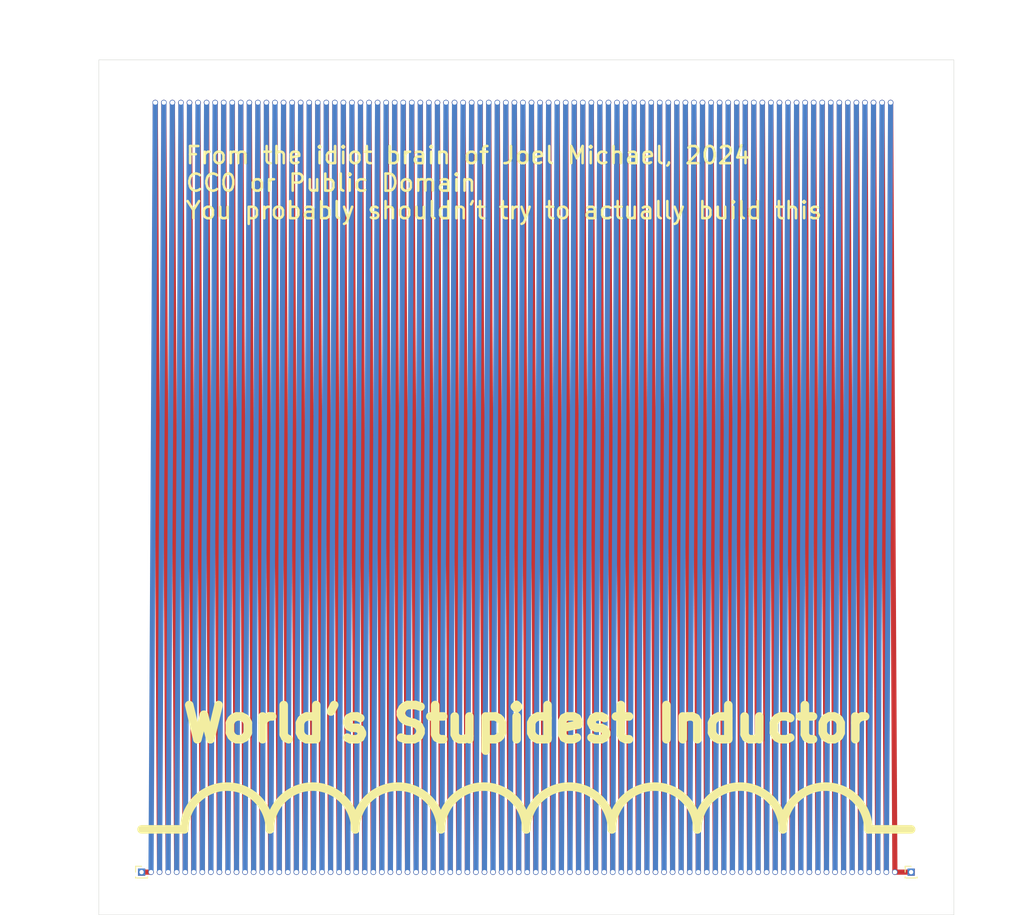
<source format=kicad_pcb>
(kicad_pcb (version 20240108) (generator "pcbnew") (generator_version "8.0")
  (layers (0 "F.Cu" signal) (31 "B.Cu" signal) (34 "B.Paste" user) (35 "F.Paste" user) (36 "B.SilkS" user "B.Silkscreen") (37 "F.SilkS" user "F.Silkscreen") (38 "B.Mask" user) (39 "F.Mask" user) (44 "Edge.Cuts" user))
  (net 0 "")
  (footprint "Connector_PinHeader_1.00mm:PinHeader_1x01_P1.00mm_Vertical" (layer "F.Cu") (at 200 145)
    (property "Reference" "REF**" (hide yes))
    (property "Value" "PinHeader_1x01_P1.00mm_Vertical")
    (fp_line (start -0.695 -0.685) (end 0 -0.685) (stroke (width 0.12)) (layer "F.SilkS"))
    (fp_line (start -0.695 0) (end -0.695 -0.685) (stroke (width 0.12)) (layer "F.SilkS"))
    (fp_line (start -0.695 0.685) (end -0.695 0.56) (stroke (width 0.12)) (layer "F.SilkS"))
    (fp_line (start -0.695 0.685) (end -0.608276 0.685) (stroke (width 0.12)) (layer "F.SilkS"))
    (fp_line (start -0.695 0.685) (end 0.695 0.685) (stroke (width 0.12)) (layer "F.SilkS"))
    (fp_line (start 0.608276 0.685) (end 0.695 0.685) (stroke (width 0.12)) (layer "F.SilkS"))
    (fp_line (start 0.695 0.685) (end 0.695 0.56) (stroke (width 0.12)) (layer "F.SilkS"))
    (pad "1" thru_hole rect (at 0 0) (size 0.85 0.85) (drill 0.5) (layers "*.Cu" "*.Mask"))
  )
  (footprint "Connector_PinHeader_1.00mm:PinHeader_1x01_P1.00mm_Vertical" (layer "F.Cu") (at 110 145)
    (property "Reference" "REF**" (hide yes))
    (property "Value" "PinHeader_1x01_P1.00mm_Vertical")
    (fp_line (start -0.695 -0.685) (end 0 -0.685) (stroke (width 0.12)) (layer "F.SilkS"))
    (fp_line (start -0.695 0) (end -0.695 -0.685) (stroke (width 0.12)) (layer "F.SilkS"))
    (fp_line (start -0.695 0.685) (end -0.695 0.56) (stroke (width 0.12)) (layer "F.SilkS"))
    (fp_line (start -0.695 0.685) (end -0.608276 0.685) (stroke (width 0.12)) (layer "F.SilkS"))
    (fp_line (start -0.695 0.685) (end 0.695 0.685) (stroke (width 0.12)) (layer "F.SilkS"))
    (fp_line (start 0.608276 0.685) (end 0.695 0.685) (stroke (width 0.12)) (layer "F.SilkS"))
    (fp_line (start 0.695 0.685) (end 0.695 0.56) (stroke (width 0.12)) (layer "F.SilkS"))
    (pad "1" thru_hole rect (at 0 0) (size 0.85 0.85) (drill 0.5) (layers "*.Cu" "*.Mask"))
  )
  (gr_line (start 149.6 55) (end 150.1 145) (stroke (width 0.6)) (layer "F.Cu"))
  (gr_line (start 162.6 55) (end 163.1 145) (stroke (width 0.6)) (layer "F.Cu"))
  (gr_line (start 139.6 55) (end 140.1 145) (stroke (width 0.6)) (layer "F.Cu"))
  (gr_line (start 123.6 55) (end 124.1 145) (stroke (width 0.6)) (layer "F.Cu"))
  (gr_line (start 186.6 55) (end 187.1 145) (stroke (width 0.6)) (layer "F.Cu"))
  (gr_line (start 169.6 55) (end 170.1 145) (stroke (width 0.6)) (layer "F.Cu"))
  (gr_line (start 173.6 55) (end 174.1 145) (stroke (width 0.6)) (layer "F.Cu"))
  (gr_line (start 184.6 55) (end 185.1 145) (stroke (width 0.6)) (layer "F.Cu"))
  (gr_line (start 157.6 55) (end 158.1 145) (stroke (width 0.6)) (layer "F.Cu"))
  (gr_line (start 148.6 55) (end 149.1 145) (stroke (width 0.6)) (layer "F.Cu"))
  (gr_line (start 133.6 55) (end 134.1 145) (stroke (width 0.6)) (layer "F.Cu"))
  (gr_line (start 193.6 55) (end 194.1 145) (stroke (width 0.6)) (layer "F.Cu"))
  (gr_line (start 125.6 55) (end 126.1 145) (stroke (width 0.6)) (layer "F.Cu"))
  (gr_line (start 189.6 55) (end 190.1 145) (stroke (width 0.6)) (layer "F.Cu"))
  (gr_line (start 178.6 55) (end 179.1 145) (stroke (width 0.6)) (layer "F.Cu"))
  (gr_line (start 114.6 55) (end 115.1 145) (stroke (width 0.6)) (layer "F.Cu"))
  (gr_line (start 155.6 55) (end 156.1 145) (stroke (width 0.6)) (layer "F.Cu"))
  (gr_line (start 159.6 55) (end 160.1 145) (stroke (width 0.6)) (layer "F.Cu"))
  (gr_line (start 137.6 55) (end 138.1 145) (stroke (width 0.6)) (layer "F.Cu"))
  (gr_line (start 111.6 55) (end 112.1 145) (stroke (width 0.6)) (layer "F.Cu"))
  (gr_line (start 183.6 55) (end 184.1 145) (stroke (width 0.6)) (layer "F.Cu"))
  (gr_line (start 136.6 55) (end 137.1 145) (stroke (width 0.6)) (layer "F.Cu"))
  (gr_line (start 122.6 55) (end 123.1 145) (stroke (width 0.6)) (layer "F.Cu"))
  (gr_line (start 143.6 55) (end 144.1 145) (stroke (width 0.6)) (layer "F.Cu"))
  (gr_line (start 112.6 55) (end 113.1 145) (stroke (width 0.6)) (layer "F.Cu"))
  (gr_line (start 130.6 55) (end 131.1 145) (stroke (width 0.6)) (layer "F.Cu"))
  (gr_line (start 115.6 55) (end 116.1 145) (stroke (width 0.6)) (layer "F.Cu"))
  (gr_line (start 176.6 55) (end 177.1 145) (stroke (width 0.6)) (layer "F.Cu"))
  (gr_line (start 180.6 55) (end 181.1 145) (stroke (width 0.6)) (layer "F.Cu"))
  (gr_line (start 151.6 55) (end 152.1 145) (stroke (width 0.6)) (layer "F.Cu"))
  (gr_line (start 142.6 55) (end 143.1 145) (stroke (width 0.6)) (layer "F.Cu"))
  (gr_line (start 121.6 55) (end 122.1 145) (stroke (width 0.6)) (layer "F.Cu"))
  (gr_line (start 165.6 55) (end 166.1 145) (stroke (width 0.6)) (layer "F.Cu"))
  (gr_line (start 110 145) (end 111.1 145) (stroke (width 0.6)) (layer "F.Cu"))
  (gr_line (start 127.6 55) (end 128.1 145) (stroke (width 0.6)) (layer "F.Cu"))
  (gr_line (start 191.6 55) (end 192.1 145) (stroke (width 0.6)) (layer "F.Cu"))
  (gr_line (start 150.6 55) (end 151.1 145) (stroke (width 0.6)) (layer "F.Cu"))
  (gr_line (start 153.6 55) (end 154.1 145) (stroke (width 0.6)) (layer "F.Cu"))
  (gr_line (start 126.6 55) (end 127.1 145) (stroke (width 0.6)) (layer "F.Cu"))
  (gr_line (start 161.6 55) (end 162.1 145) (stroke (width 0.6)) (layer "F.Cu"))
  (gr_line (start 179.6 55) (end 180.1 145) (stroke (width 0.6)) (layer "F.Cu"))
  (gr_line (start 145.6 55) (end 146.1 145) (stroke (width 0.6)) (layer "F.Cu"))
  (gr_line (start 120.6 55) (end 121.1 145) (stroke (width 0.6)) (layer "F.Cu"))
  (gr_line (start 132.6 55) (end 133.1 145) (stroke (width 0.6)) (layer "F.Cu"))
  (gr_line (start 158.6 55) (end 159.1 145) (stroke (width 0.6)) (layer "F.Cu"))
  (gr_line (start 175.6 55) (end 176.1 145) (stroke (width 0.6)) (layer "F.Cu"))
  (gr_line (start 147.6 55) (end 148.1 145) (stroke (width 0.6)) (layer "F.Cu"))
  (gr_line (start 117.6 55) (end 118.1 145) (stroke (width 0.6)) (layer "F.Cu"))
  (gr_line (start 156.6 55) (end 157.1 145) (stroke (width 0.6)) (layer "F.Cu"))
  (gr_line (start 163.6 55) (end 164.1 145) (stroke (width 0.6)) (layer "F.Cu"))
  (gr_line (start 144.6 55) (end 145.1 145) (stroke (width 0.6)) (layer "F.Cu"))
  (gr_line (start 152.6 55) (end 153.1 145) (stroke (width 0.6)) (layer "F.Cu"))
  (gr_line (start 119.6 55) (end 120.1 145) (stroke (width 0.6)) (layer "F.Cu"))
  (gr_line (start 188.6 55) (end 189.1 145) (stroke (width 0.6)) (layer "F.Cu"))
  (gr_line (start 192.6 55) (end 193.1 145) (stroke (width 0.6)) (layer "F.Cu"))
  (gr_line (start 190.6 55) (end 191.1 145) (stroke (width 0.6)) (layer "F.Cu"))
  (gr_line (start 134.6 55) (end 135.1 145) (stroke (width 0.6)) (layer "F.Cu"))
  (gr_line (start 170.6 55) (end 171.1 145) (stroke (width 0.6)) (layer "F.Cu"))
  (gr_line (start 197.6 55) (end 198.1 145) (stroke (width 0.6)) (layer "F.Cu"))
  (gr_line (start 167.6 55) (end 168.1 145) (stroke (width 0.6)) (layer "F.Cu"))
  (gr_line (start 196.6 55) (end 197.1 145) (stroke (width 0.6)) (layer "F.Cu"))
  (gr_line (start 166.6 55) (end 167.1 145) (stroke (width 0.6)) (layer "F.Cu"))
  (gr_line (start 140.6 55) (end 141.1 145) (stroke (width 0.6)) (layer "F.Cu"))
  (gr_line (start 177.6 55) (end 178.1 145) (stroke (width 0.6)) (layer "F.Cu"))
  (gr_line (start 194.6 55) (end 195.1 145) (stroke (width 0.6)) (layer "F.Cu"))
  (gr_line (start 171.6 55) (end 172.1 145) (stroke (width 0.6)) (layer "F.Cu"))
  (gr_line (start 195.6 55) (end 196.1 145) (stroke (width 0.6)) (layer "F.Cu"))
  (gr_line (start 187.6 55) (end 188.1 145) (stroke (width 0.6)) (layer "F.Cu"))
  (gr_line (start 129.6 55) (end 130.1 145) (stroke (width 0.6)) (layer "F.Cu"))
  (gr_line (start 182.6 55) (end 183.1 145) (stroke (width 0.6)) (layer "F.Cu"))
  (gr_line (start 164.6 55) (end 165.1 145) (stroke (width 0.6)) (layer "F.Cu"))
  (gr_line (start 131.6 55) (end 132.1 145) (stroke (width 0.6)) (layer "F.Cu"))
  (gr_line (start 181.6 55) (end 182.1 145) (stroke (width 0.6)) (layer "F.Cu"))
  (gr_line (start 146.6 55) (end 147.1 145) (stroke (width 0.6)) (layer "F.Cu"))
  (gr_line (start 198.1 145) (end 200 145) (stroke (width 0.6)) (layer "F.Cu"))
  (gr_line (start 168.6 55) (end 169.1 145) (stroke (width 0.6)) (layer "F.Cu"))
  (gr_line (start 128.6 55) (end 129.1 145) (stroke (width 0.6)) (layer "F.Cu"))
  (gr_line (start 172.6 55) (end 173.1 145) (stroke (width 0.6)) (layer "F.Cu"))
  (gr_line (start 113.6 55) (end 114.1 145) (stroke (width 0.6)) (layer "F.Cu"))
  (gr_line (start 154.6 55) (end 155.1 145) (stroke (width 0.6)) (layer "F.Cu"))
  (gr_line (start 124.6 55) (end 125.1 145) (stroke (width 0.6)) (layer "F.Cu"))
  (gr_line (start 138.6 55) (end 139.1 145) (stroke (width 0.6)) (layer "F.Cu"))
  (gr_line (start 116.6 55) (end 117.1 145) (stroke (width 0.6)) (layer "F.Cu"))
  (gr_line (start 160.6 55) (end 161.1 145) (stroke (width 0.6)) (layer "F.Cu"))
  (gr_line (start 135.6 55) (end 136.1 145) (stroke (width 0.6)) (layer "F.Cu"))
  (gr_line (start 118.6 55) (end 119.1 145) (stroke (width 0.6)) (layer "F.Cu"))
  (gr_line (start 141.6 55) (end 142.1 145) (stroke (width 0.6)) (layer "F.Cu"))
  (gr_line (start 174.6 55) (end 175.1 145) (stroke (width 0.6)) (layer "F.Cu"))
  (gr_line (start 185.6 55) (end 186.1 145) (stroke (width 0.6)) (layer "F.Cu"))
  (gr_line (start 135.1 145) (end 135.6 55) (stroke (width 0.6)) (layer "B.Cu"))
  (gr_line (start 160.1 145) (end 160.6 55) (stroke (width 0.6)) (layer "B.Cu"))
  (gr_line (start 127.1 145) (end 127.6 55) (stroke (width 0.6)) (layer "B.Cu"))
  (gr_line (start 174.1 145) (end 174.6 55) (stroke (width 0.6)) (layer "B.Cu"))
  (gr_line (start 177.1 145) (end 177.6 55) (stroke (width 0.6)) (layer "B.Cu"))
  (gr_line (start 141.1 145) (end 141.6 55) (stroke (width 0.6)) (layer "B.Cu"))
  (gr_line (start 197.1 145) (end 197.6 55) (stroke (width 0.6)) (layer "B.Cu"))
  (gr_line (start 175.1 145) (end 175.6 55) (stroke (width 0.6)) (layer "B.Cu"))
  (gr_line (start 176.1 145) (end 176.6 55) (stroke (width 0.6)) (layer "B.Cu"))
  (gr_line (start 179.1 145) (end 179.6 55) (stroke (width 0.6)) (layer "B.Cu"))
  (gr_line (start 150.1 145) (end 150.6 55) (stroke (width 0.6)) (layer "B.Cu"))
  (gr_line (start 142.1 145) (end 142.6 55) (stroke (width 0.6)) (layer "B.Cu"))
  (gr_line (start 149.1 145) (end 149.6 55) (stroke (width 0.6)) (layer "B.Cu"))
  (gr_line (start 178.1 145) (end 178.6 55) (stroke (width 0.6)) (layer "B.Cu"))
  (gr_line (start 190.1 145) (end 190.6 55) (stroke (width 0.6)) (layer "B.Cu"))
  (gr_line (start 163.1 145) (end 163.6 55) (stroke (width 0.6)) (layer "B.Cu"))
  (gr_line (start 156.1 145) (end 156.6 55) (stroke (width 0.6)) (layer "B.Cu"))
  (gr_line (start 189.1 145) (end 189.6 55) (stroke (width 0.6)) (layer "B.Cu"))
  (gr_line (start 194.1 145) (end 194.6 55) (stroke (width 0.6)) (layer "B.Cu"))
  (gr_line (start 159.1 145) (end 159.6 55) (stroke (width 0.6)) (layer "B.Cu"))
  (gr_line (start 146.1 145) (end 146.6 55) (stroke (width 0.6)) (layer "B.Cu"))
  (gr_line (start 172.1 145) (end 172.6 55) (stroke (width 0.6)) (layer "B.Cu"))
  (gr_line (start 155.1 145) (end 155.6 55) (stroke (width 0.6)) (layer "B.Cu"))
  (gr_line (start 113.1 145) (end 113.6 55) (stroke (width 0.6)) (layer "B.Cu"))
  (gr_line (start 184.1 145) (end 184.6 55) (stroke (width 0.6)) (layer "B.Cu"))
  (gr_line (start 169.1 145) (end 169.6 55) (stroke (width 0.6)) (layer "B.Cu"))
  (gr_line (start 161.1 145) (end 161.6 55) (stroke (width 0.6)) (layer "B.Cu"))
  (gr_line (start 139.1 145) (end 139.6 55) (stroke (width 0.6)) (layer "B.Cu"))
  (gr_line (start 119.1 145) (end 119.6 55) (stroke (width 0.6)) (layer "B.Cu"))
  (gr_line (start 120.1 145) (end 120.6 55) (stroke (width 0.6)) (layer "B.Cu"))
  (gr_line (start 193.1 145) (end 193.6 55) (stroke (width 0.6)) (layer "B.Cu"))
  (gr_line (start 138.1 145) (end 138.6 55) (stroke (width 0.6)) (layer "B.Cu"))
  (gr_line (start 133.1 145) (end 133.6 55) (stroke (width 0.6)) (layer "B.Cu"))
  (gr_line (start 185.1 145) (end 185.6 55) (stroke (width 0.6)) (layer "B.Cu"))
  (gr_line (start 143.1 145) (end 143.6 55) (stroke (width 0.6)) (layer "B.Cu"))
  (gr_line (start 164.1 145) (end 164.6 55) (stroke (width 0.6)) (layer "B.Cu"))
  (gr_line (start 137.1 145) (end 137.6 55) (stroke (width 0.6)) (layer "B.Cu"))
  (gr_line (start 144.1 145) (end 144.6 55) (stroke (width 0.6)) (layer "B.Cu"))
  (gr_line (start 128.1 145) (end 128.6 55) (stroke (width 0.6)) (layer "B.Cu"))
  (gr_line (start 188.1 145) (end 188.6 55) (stroke (width 0.6)) (layer "B.Cu"))
  (gr_line (start 125.1 145) (end 125.6 55) (stroke (width 0.6)) (layer "B.Cu"))
  (gr_line (start 181.1 145) (end 181.6 55) (stroke (width 0.6)) (layer "B.Cu"))
  (gr_line (start 154.1 145) (end 154.6 55) (stroke (width 0.6)) (layer "B.Cu"))
  (gr_line (start 132.1 145) (end 132.6 55) (stroke (width 0.6)) (layer "B.Cu"))
  (gr_line (start 167.1 145) (end 167.6 55) (stroke (width 0.6)) (layer "B.Cu"))
  (gr_line (start 196.1 145) (end 196.6 55) (stroke (width 0.6)) (layer "B.Cu"))
  (gr_line (start 158.1 145) (end 158.6 55) (stroke (width 0.6)) (layer "B.Cu"))
  (gr_line (start 165.1 145) (end 165.6 55) (stroke (width 0.6)) (layer "B.Cu"))
  (gr_line (start 151.1 145) (end 151.6 55) (stroke (width 0.6)) (layer "B.Cu"))
  (gr_line (start 123.1 145) (end 123.6 55) (stroke (width 0.6)) (layer "B.Cu"))
  (gr_line (start 129.1 145) (end 129.6 55) (stroke (width 0.6)) (layer "B.Cu"))
  (gr_line (start 115.1 145) (end 115.6 55) (stroke (width 0.6)) (layer "B.Cu"))
  (gr_line (start 136.1 145) (end 136.6 55) (stroke (width 0.6)) (layer "B.Cu"))
  (gr_line (start 168.1 145) (end 168.6 55) (stroke (width 0.6)) (layer "B.Cu"))
  (gr_line (start 147.1 145) (end 147.6 55) (stroke (width 0.6)) (layer "B.Cu"))
  (gr_line (start 195.1 145) (end 195.6 55) (stroke (width 0.6)) (layer "B.Cu"))
  (gr_line (start 122.1 145) (end 122.6 55) (stroke (width 0.6)) (layer "B.Cu"))
  (gr_line (start 170.1 145) (end 170.6 55) (stroke (width 0.6)) (layer "B.Cu"))
  (gr_line (start 111.1 145) (end 111.6 55) (stroke (width 0.6)) (layer "B.Cu"))
  (gr_line (start 186.1 145) (end 186.6 55) (stroke (width 0.6)) (layer "B.Cu"))
  (gr_line (start 121.1 145) (end 121.6 55) (stroke (width 0.6)) (layer "B.Cu"))
  (gr_line (start 112.1 145) (end 112.6 55) (stroke (width 0.6)) (layer "B.Cu"))
  (gr_line (start 145.1 145) (end 145.6 55) (stroke (width 0.6)) (layer "B.Cu"))
  (gr_line (start 171.1 145) (end 171.6 55) (stroke (width 0.6)) (layer "B.Cu"))
  (gr_line (start 148.1 145) (end 148.6 55) (stroke (width 0.6)) (layer "B.Cu"))
  (gr_line (start 187.1 145) (end 187.6 55) (stroke (width 0.6)) (layer "B.Cu"))
  (gr_line (start 124.1 145) (end 124.6 55) (stroke (width 0.6)) (layer "B.Cu"))
  (gr_line (start 131.1 145) (end 131.6 55) (stroke (width 0.6)) (layer "B.Cu"))
  (gr_line (start 182.1 145) (end 182.6 55) (stroke (width 0.6)) (layer "B.Cu"))
  (gr_line (start 130.1 145) (end 130.6 55) (stroke (width 0.6)) (layer "B.Cu"))
  (gr_line (start 114.1 145) (end 114.6 55) (stroke (width 0.6)) (layer "B.Cu"))
  (gr_line (start 192.1 145) (end 192.6 55) (stroke (width 0.6)) (layer "B.Cu"))
  (gr_line (start 173.1 145) (end 173.6 55) (stroke (width 0.6)) (layer "B.Cu"))
  (gr_line (start 126.1 145) (end 126.6 55) (stroke (width 0.6)) (layer "B.Cu"))
  (gr_line (start 183.1 145) (end 183.6 55) (stroke (width 0.6)) (layer "B.Cu"))
  (gr_line (start 162.1 145) (end 162.6 55) (stroke (width 0.6)) (layer "B.Cu"))
  (gr_line (start 152.1 145) (end 152.6 55) (stroke (width 0.6)) (layer "B.Cu"))
  (gr_line (start 140.1 145) (end 140.6 55) (stroke (width 0.6)) (layer "B.Cu"))
  (gr_line (start 157.1 145) (end 157.6 55) (stroke (width 0.6)) (layer "B.Cu"))
  (gr_line (start 118.1 145) (end 118.6 55) (stroke (width 0.6)) (layer "B.Cu"))
  (gr_line (start 117.1 145) (end 117.6 55) (stroke (width 0.6)) (layer "B.Cu"))
  (gr_line (start 116.1 145) (end 116.6 55) (stroke (width 0.6)) (layer "B.Cu"))
  (gr_line (start 153.1 145) (end 153.6 55) (stroke (width 0.6)) (layer "B.Cu"))
  (gr_line (start 134.1 145) (end 134.6 55) (stroke (width 0.6)) (layer "B.Cu"))
  (gr_line (start 180.1 145) (end 180.6 55) (stroke (width 0.6)) (layer "B.Cu"))
  (gr_line (start 191.1 145) (end 191.6 55) (stroke (width 0.6)) (layer "B.Cu"))
  (gr_line (start 166.1 145) (end 166.6 55) (stroke (width 0.6)) (layer "B.Cu"))
  (gr_arc (start 115 140) (mid 120 135) (end 125 140) (stroke (width 1)) (layer "F.SilkS"))
  (gr_arc (start 155 140) (mid 160 135) (end 165 140) (stroke (width 1)) (layer "F.SilkS"))
  (gr_line (start 195 140) (end 200 140) (stroke (width 1)) (layer "F.SilkS"))
  (gr_line (start 110 140) (end 115 140) (stroke (width 1)) (layer "F.SilkS"))
  (gr_arc (start 145 140) (mid 150 135) (end 155 140) (stroke (width 1)) (layer "F.SilkS"))
  (gr_arc (start 165 140) (mid 170 135) (end 175 140) (stroke (width 1)) (layer "F.SilkS"))
  (gr_arc (start 125 140) (mid 130 135) (end 135 140) (stroke (width 1)) (layer "F.SilkS"))
  (gr_arc (start 185 140) (mid 190 135) (end 195 140) (stroke (width 1)) (layer "F.SilkS"))
  (gr_arc (start 175 140) (mid 180 135) (end 185 140) (stroke (width 1)) (layer "F.SilkS"))
  (gr_arc (start 135 140) (mid 140 135) (end 145 140) (stroke (width 1)) (layer "F.SilkS"))
  (gr_rect (start 105 50) (end 205 150) (stroke (width 0.05)) (fill none) (layer "Edge.Cuts"))
  (gr_text "From the idiot brain of Joel Michael, 2024\nCC0 or Public Domain\nYou probably shouldn't try to actually build this" (at 115 60 0) (layer "F.SilkS") (effects (font (size 2 2) (thickness 0.3)) (justify left top)))
  (gr_text "World's Stupidest Inductor" (at 155 130 0) (layer "F.SilkS") (effects (font (size 4 4) (thickness 1) (bold yes)) (justify bottom)))
  (via (at 154.6 55) (size 0.65) (drill 0.5) (layers "F.Cu" "B.Cu") (net 0))
  (via (at 122.1 145) (size 0.65) (drill 0.5) (layers "F.Cu" "B.Cu") (net 0))
  (via (at 127.1 145) (size 0.65) (drill 0.5) (layers "F.Cu" "B.Cu") (net 0))
  (via (at 116.1 145) (size 0.65) (drill 0.5) (layers "F.Cu" "B.Cu") (net 0))
  (via (at 133.6 55) (size 0.65) (drill 0.5) (layers "F.Cu" "B.Cu") (net 0))
  (via (at 191.6 55) (size 0.65) (drill 0.5) (layers "F.Cu" "B.Cu") (net 0))
  (via (at 193.6 55) (size 0.65) (drill 0.5) (layers "F.Cu" "B.Cu") (net 0))
  (via (at 196.1 145) (size 0.65) (drill 0.5) (layers "F.Cu" "B.Cu") (net 0))
  (via (at 159.6 55) (size 0.65) (drill 0.5) (layers "F.Cu" "B.Cu") (net 0))
  (via (at 140.6 55) (size 0.65) (drill 0.5) (layers "F.Cu" "B.Cu") (net 0))
  (via (at 152.1 145) (size 0.65) (drill 0.5) (layers "F.Cu" "B.Cu") (net 0))
  (via (at 190.6 55) (size 0.65) (drill 0.5) (layers "F.Cu" "B.Cu") (net 0))
  (via (at 170.6 55) (size 0.65) (drill 0.5) (layers "F.Cu" "B.Cu") (net 0))
  (via (at 134.1 145) (size 0.65) (drill 0.5) (layers "F.Cu" "B.Cu") (net 0))
  (via (at 177.1 145) (size 0.65) (drill 0.5) (layers "F.Cu" "B.Cu") (net 0))
  (via (at 119.6 55) (size 0.65) (drill 0.5) (layers "F.Cu" "B.Cu") (net 0))
  (via (at 181.1 145) (size 0.65) (drill 0.5) (layers "F.Cu" "B.Cu") (net 0))
  (via (at 162.1 145) (size 0.65) (drill 0.5) (layers "F.Cu" "B.Cu") (net 0))
  (via (at 147.6 55) (size 0.65) (drill 0.5) (layers "F.Cu" "B.Cu") (net 0))
  (via (at 160.1 145) (size 0.65) (drill 0.5) (layers "F.Cu" "B.Cu") (net 0))
  (via (at 129.1 145) (size 0.65) (drill 0.5) (layers "F.Cu" "B.Cu") (net 0))
  (via (at 132.6 55) (size 0.65) (drill 0.5) (layers "F.Cu" "B.Cu") (net 0))
  (via (at 162.6 55) (size 0.65) (drill 0.5) (layers "F.Cu" "B.Cu") (net 0))
  (via (at 165.1 145) (size 0.65) (drill 0.5) (layers "F.Cu" "B.Cu") (net 0))
  (via (at 135.6 55) (size 0.65) (drill 0.5) (layers "F.Cu" "B.Cu") (net 0))
  (via (at 198.1 145) (size 0.65) (drill 0.5) (layers "F.Cu" "B.Cu") (net 0))
  (via (at 177.6 55) (size 0.65) (drill 0.5) (layers "F.Cu" "B.Cu") (net 0))
  (via (at 123.1 145) (size 0.65) (drill 0.5) (layers "F.Cu" "B.Cu") (net 0))
  (via (at 169.1 145) (size 0.65) (drill 0.5) (layers "F.Cu" "B.Cu") (net 0))
  (via (at 168.1 145) (size 0.65) (drill 0.5) (layers "F.Cu" "B.Cu") (net 0))
  (via (at 116.6 55) (size 0.65) (drill 0.5) (layers "F.Cu" "B.Cu") (net 0))
  (via (at 174.6 55) (size 0.65) (drill 0.5) (layers "F.Cu" "B.Cu") (net 0))
  (via (at 163.6 55) (size 0.65) (drill 0.5) (layers "F.Cu" "B.Cu") (net 0))
  (via (at 118.6 55) (size 0.65) (drill 0.5) (layers "F.Cu" "B.Cu") (net 0))
  (via (at 180.1 145) (size 0.65) (drill 0.5) (layers "F.Cu" "B.Cu") (net 0))
  (via (at 188.6 55) (size 0.65) (drill 0.5) (layers "F.Cu" "B.Cu") (net 0))
  (via (at 149.6 55) (size 0.65) (drill 0.5) (layers "F.Cu" "B.Cu") (net 0))
  (via (at 147.1 145) (size 0.65) (drill 0.5) (layers "F.Cu" "B.Cu") (net 0))
  (via (at 182.6 55) (size 0.65) (drill 0.5) (layers "F.Cu" "B.Cu") (net 0))
  (via (at 184.6 55) (size 0.65) (drill 0.5) (layers "F.Cu" "B.Cu") (net 0))
  (via (at 146.6 55) (size 0.65) (drill 0.5) (layers "F.Cu" "B.Cu") (net 0))
  (via (at 140.1 145) (size 0.65) (drill 0.5) (layers "F.Cu" "B.Cu") (net 0))
  (via (at 184.1 145) (size 0.65) (drill 0.5) (layers "F.Cu" "B.Cu") (net 0))
  (via (at 132.1 145) (size 0.65) (drill 0.5) (layers "F.Cu" "B.Cu") (net 0))
  (via (at 153.1 145) (size 0.65) (drill 0.5) (layers "F.Cu" "B.Cu") (net 0))
  (via (at 137.1 145) (size 0.65) (drill 0.5) (layers "F.Cu" "B.Cu") (net 0))
  (via (at 113.6 55) (size 0.65) (drill 0.5) (layers "F.Cu" "B.Cu") (net 0))
  (via (at 182.1 145) (size 0.65) (drill 0.5) (layers "F.Cu" "B.Cu") (net 0))
  (via (at 155.1 145) (size 0.65) (drill 0.5) (layers "F.Cu" "B.Cu") (net 0))
  (via (at 194.1 145) (size 0.65) (drill 0.5) (layers "F.Cu" "B.Cu") (net 0))
  (via (at 141.1 145) (size 0.65) (drill 0.5) (layers "F.Cu" "B.Cu") (net 0))
  (via (at 186.1 145) (size 0.65) (drill 0.5) (layers "F.Cu" "B.Cu") (net 0))
  (via (at 131.1 145) (size 0.65) (drill 0.5) (layers "F.Cu" "B.Cu") (net 0))
  (via (at 156.6 55) (size 0.65) (drill 0.5) (layers "F.Cu" "B.Cu") (net 0))
  (via (at 148.1 145) (size 0.65) (drill 0.5) (layers "F.Cu" "B.Cu") (net 0))
  (via (at 129.6 55) (size 0.65) (drill 0.5) (layers "F.Cu" "B.Cu") (net 0))
  (via (at 156.1 145) (size 0.65) (drill 0.5) (layers "F.Cu" "B.Cu") (net 0))
  (via (at 158.1 145) (size 0.65) (drill 0.5) (layers "F.Cu" "B.Cu") (net 0))
  (via (at 196.6 55) (size 0.65) (drill 0.5) (layers "F.Cu" "B.Cu") (net 0))
  (via (at 148.6 55) (size 0.65) (drill 0.5) (layers "F.Cu" "B.Cu") (net 0))
  (via (at 118.1 145) (size 0.65) (drill 0.5) (layers "F.Cu" "B.Cu") (net 0))
  (via (at 185.6 55) (size 0.65) (drill 0.5) (layers "F.Cu" "B.Cu") (net 0))
  (via (at 175.6 55) (size 0.65) (drill 0.5) (layers "F.Cu" "B.Cu") (net 0))
  (via (at 144.1 145) (size 0.65) (drill 0.5) (layers "F.Cu" "B.Cu") (net 0))
  (via (at 112.1 145) (size 0.65) (drill 0.5) (layers "F.Cu" "B.Cu") (net 0))
  (via (at 120.1 145) (size 0.65) (drill 0.5) (layers "F.Cu" "B.Cu") (net 0))
  (via (at 187.1 145) (size 0.65) (drill 0.5) (layers "F.Cu" "B.Cu") (net 0))
  (via (at 111.1 145) (size 0.65) (drill 0.5) (layers "F.Cu" "B.Cu") (net 0))
  (via (at 119.1 145) (size 0.65) (drill 0.5) (layers "F.Cu" "B.Cu") (net 0))
  (via (at 115.1 145) (size 0.65) (drill 0.5) (layers "F.Cu" "B.Cu") (net 0))
  (via (at 190.1 145) (size 0.65) (drill 0.5) (layers "F.Cu" "B.Cu") (net 0))
  (via (at 176.6 55) (size 0.65) (drill 0.5) (layers "F.Cu" "B.Cu") (net 0))
  (via (at 145.1 145) (size 0.65) (drill 0.5) (layers "F.Cu" "B.Cu") (net 0))
  (via (at 122.6 55) (size 0.65) (drill 0.5) (layers "F.Cu" "B.Cu") (net 0))
  (via (at 117.6 55) (size 0.65) (drill 0.5) (layers "F.Cu" "B.Cu") (net 0))
  (via (at 179.1 145) (size 0.65) (drill 0.5) (layers "F.Cu" "B.Cu") (net 0))
  (via (at 174.1 145) (size 0.65) (drill 0.5) (layers "F.Cu" "B.Cu") (net 0))
  (via (at 126.6 55) (size 0.65) (drill 0.5) (layers "F.Cu" "B.Cu") (net 0))
  (via (at 195.1 145) (size 0.65) (drill 0.5) (layers "F.Cu" "B.Cu") (net 0))
  (via (at 121.6 55) (size 0.65) (drill 0.5) (layers "F.Cu" "B.Cu") (net 0))
  (via (at 128.6 55) (size 0.65) (drill 0.5) (layers "F.Cu" "B.Cu") (net 0))
  (via (at 167.6 55) (size 0.65) (drill 0.5) (layers "F.Cu" "B.Cu") (net 0))
  (via (at 192.1 145) (size 0.65) (drill 0.5) (layers "F.Cu" "B.Cu") (net 0))
  (via (at 164.6 55) (size 0.65) (drill 0.5) (layers "F.Cu" "B.Cu") (net 0))
  (via (at 166.1 145) (size 0.65) (drill 0.5) (layers "F.Cu" "B.Cu") (net 0))
  (via (at 194.6 55) (size 0.65) (drill 0.5) (layers "F.Cu" "B.Cu") (net 0))
  (via (at 114.1 145) (size 0.65) (drill 0.5) (layers "F.Cu" "B.Cu") (net 0))
  (via (at 197.6 55) (size 0.65) (drill 0.5) (layers "F.Cu" "B.Cu") (net 0))
  (via (at 124.1 145) (size 0.65) (drill 0.5) (layers "F.Cu" "B.Cu") (net 0))
  (via (at 138.6 55) (size 0.65) (drill 0.5) (layers "F.Cu" "B.Cu") (net 0))
  (via (at 141.6 55) (size 0.65) (drill 0.5) (layers "F.Cu" "B.Cu") (net 0))
  (via (at 157.1 145) (size 0.65) (drill 0.5) (layers "F.Cu" "B.Cu") (net 0))
  (via (at 160.6 55) (size 0.65) (drill 0.5) (layers "F.Cu" "B.Cu") (net 0))
  (via (at 168.6 55) (size 0.65) (drill 0.5) (layers "F.Cu" "B.Cu") (net 0))
  (via (at 143.6 55) (size 0.65) (drill 0.5) (layers "F.Cu" "B.Cu") (net 0))
  (via (at 123.6 55) (size 0.65) (drill 0.5) (layers "F.Cu" "B.Cu") (net 0))
  (via (at 111.6 55) (size 0.65) (drill 0.5) (layers "F.Cu" "B.Cu") (net 0))
  (via (at 125.1 145) (size 0.65) (drill 0.5) (layers "F.Cu" "B.Cu") (net 0))
  (via (at 143.1 145) (size 0.65) (drill 0.5) (layers "F.Cu" "B.Cu") (net 0))
  (via (at 179.6 55) (size 0.65) (drill 0.5) (layers "F.Cu" "B.Cu") (net 0))
  (via (at 125.6 55) (size 0.65) (drill 0.5) (layers "F.Cu" "B.Cu") (net 0))
  (via (at 114.6 55) (size 0.65) (drill 0.5) (layers "F.Cu" "B.Cu") (net 0))
  (via (at 142.6 55) (size 0.65) (drill 0.5) (layers "F.Cu" "B.Cu") (net 0))
  (via (at 163.1 145) (size 0.65) (drill 0.5) (layers "F.Cu" "B.Cu") (net 0))
  (via (at 169.6 55) (size 0.65) (drill 0.5) (layers "F.Cu" "B.Cu") (net 0))
  (via (at 197.1 145) (size 0.65) (drill 0.5) (layers "F.Cu" "B.Cu") (net 0))
  (via (at 173.6 55) (size 0.65) (drill 0.5) (layers "F.Cu" "B.Cu") (net 0))
  (via (at 195.6 55) (size 0.65) (drill 0.5) (layers "F.Cu" "B.Cu") (net 0))
  (via (at 154.1 145) (size 0.65) (drill 0.5) (layers "F.Cu" "B.Cu") (net 0))
  (via (at 161.6 55) (size 0.65) (drill 0.5) (layers "F.Cu" "B.Cu") (net 0))
  (via (at 181.6 55) (size 0.65) (drill 0.5) (layers "F.Cu" "B.Cu") (net 0))
  (via (at 159.1 145) (size 0.65) (drill 0.5) (layers "F.Cu" "B.Cu") (net 0))
  (via (at 144.6 55) (size 0.65) (drill 0.5) (layers "F.Cu" "B.Cu") (net 0))
  (via (at 139.6 55) (size 0.65) (drill 0.5) (layers "F.Cu" "B.Cu") (net 0))
  (via (at 183.6 55) (size 0.65) (drill 0.5) (layers "F.Cu" "B.Cu") (net 0))
  (via (at 152.6 55) (size 0.65) (drill 0.5) (layers "F.Cu" "B.Cu") (net 0))
  (via (at 136.1 145) (size 0.65) (drill 0.5) (layers "F.Cu" "B.Cu") (net 0))
  (via (at 161.1 145) (size 0.65) (drill 0.5) (layers "F.Cu" "B.Cu") (net 0))
  (via (at 149.1 145) (size 0.65) (drill 0.5) (layers "F.Cu" "B.Cu") (net 0))
  (via (at 176.1 145) (size 0.65) (drill 0.5) (layers "F.Cu" "B.Cu") (net 0))
  (via (at 117.1 145) (size 0.65) (drill 0.5) (layers "F.Cu" "B.Cu") (net 0))
  (via (at 146.1 145) (size 0.65) (drill 0.5) (layers "F.Cu" "B.Cu") (net 0))
  (via (at 158.6 55) (size 0.65) (drill 0.5) (layers "F.Cu" "B.Cu") (net 0))
  (via (at 164.1 145) (size 0.65) (drill 0.5) (layers "F.Cu" "B.Cu") (net 0))
  (via (at 130.6 55) (size 0.65) (drill 0.5) (layers "F.Cu" "B.Cu") (net 0))
  (via (at 191.1 145) (size 0.65) (drill 0.5) (layers "F.Cu" "B.Cu") (net 0))
  (via (at 187.6 55) (size 0.65) (drill 0.5) (layers "F.Cu" "B.Cu") (net 0))
  (via (at 126.1 145) (size 0.65) (drill 0.5) (layers "F.Cu" "B.Cu") (net 0))
  (via (at 142.1 145) (size 0.65) (drill 0.5) (layers "F.Cu" "B.Cu") (net 0))
  (via (at 172.6 55) (size 0.65) (drill 0.5) (layers "F.Cu" "B.Cu") (net 0))
  (via (at 178.6 55) (size 0.65) (drill 0.5) (layers "F.Cu" "B.Cu") (net 0))
  (via (at 127.6 55) (size 0.65) (drill 0.5) (layers "F.Cu" "B.Cu") (net 0))
  (via (at 193.1 145) (size 0.65) (drill 0.5) (layers "F.Cu" "B.Cu") (net 0))
  (via (at 189.6 55) (size 0.65) (drill 0.5) (layers "F.Cu" "B.Cu") (net 0))
  (via (at 175.1 145) (size 0.65) (drill 0.5) (layers "F.Cu" "B.Cu") (net 0))
  (via (at 185.1 145) (size 0.65) (drill 0.5) (layers "F.Cu" "B.Cu") (net 0))
  (via (at 113.1 145) (size 0.65) (drill 0.5) (layers "F.Cu" "B.Cu") (net 0))
  (via (at 186.6 55) (size 0.65) (drill 0.5) (layers "F.Cu" "B.Cu") (net 0))
  (via (at 115.6 55) (size 0.65) (drill 0.5) (layers "F.Cu" "B.Cu") (net 0))
  (via (at 135.1 145) (size 0.65) (drill 0.5) (layers "F.Cu" "B.Cu") (net 0))
  (via (at 192.6 55) (size 0.65) (drill 0.5) (layers "F.Cu" "B.Cu") (net 0))
  (via (at 150.1 145) (size 0.65) (drill 0.5) (layers "F.Cu" "B.Cu") (net 0))
  (via (at 157.6 55) (size 0.65) (drill 0.5) (layers "F.Cu" "B.Cu") (net 0))
  (via (at 139.1 145) (size 0.65) (drill 0.5) (layers "F.Cu" "B.Cu") (net 0))
  (via (at 172.1 145) (size 0.65) (drill 0.5) (layers "F.Cu" "B.Cu") (net 0))
  (via (at 151.6 55) (size 0.65) (drill 0.5) (layers "F.Cu" "B.Cu") (net 0))
  (via (at 121.1 145) (size 0.65) (drill 0.5) (layers "F.Cu" "B.Cu") (net 0))
  (via (at 165.6 55) (size 0.65) (drill 0.5) (layers "F.Cu" "B.Cu") (net 0))
  (via (at 112.6 55) (size 0.65) (drill 0.5) (layers "F.Cu" "B.Cu") (net 0))
  (via (at 136.6 55) (size 0.65) (drill 0.5) (layers "F.Cu" "B.Cu") (net 0))
  (via (at 189.1 145) (size 0.65) (drill 0.5) (layers "F.Cu" "B.Cu") (net 0))
  (via (at 180.6 55) (size 0.65) (drill 0.5) (layers "F.Cu" "B.Cu") (net 0))
  (via (at 173.1 145) (size 0.65) (drill 0.5) (layers "F.Cu" "B.Cu") (net 0))
  (via (at 171.6 55) (size 0.65) (drill 0.5) (layers "F.Cu" "B.Cu") (net 0))
  (via (at 155.6 55) (size 0.65) (drill 0.5) (layers "F.Cu" "B.Cu") (net 0))
  (via (at 171.1 145) (size 0.65) (drill 0.5) (layers "F.Cu" "B.Cu") (net 0))
  (via (at 183.1 145) (size 0.65) (drill 0.5) (layers "F.Cu" "B.Cu") (net 0))
  (via (at 166.6 55) (size 0.65) (drill 0.5) (layers "F.Cu" "B.Cu") (net 0))
  (via (at 124.6 55) (size 0.65) (drill 0.5) (layers "F.Cu" "B.Cu") (net 0))
  (via (at 128.1 145) (size 0.65) (drill 0.5) (layers "F.Cu" "B.Cu") (net 0))
  (via (at 170.1 145) (size 0.65) (drill 0.5) (layers "F.Cu" "B.Cu") (net 0))
  (via (at 167.1 145) (size 0.65) (drill 0.5) (layers "F.Cu" "B.Cu") (net 0))
  (via (at 120.6 55) (size 0.65) (drill 0.5) (layers "F.Cu" "B.Cu") (net 0))
  (via (at 188.1 145) (size 0.65) (drill 0.5) (layers "F.Cu" "B.Cu") (net 0))
  (via (at 134.6 55) (size 0.65) (drill 0.5) (layers "F.Cu" "B.Cu") (net 0))
  (via (at 151.1 145) (size 0.65) (drill 0.5) (layers "F.Cu" "B.Cu") (net 0))
  (via (at 145.6 55) (size 0.65) (drill 0.5) (layers "F.Cu" "B.Cu") (net 0))
  (via (at 131.6 55) (size 0.65) (drill 0.5) (layers "F.Cu" "B.Cu") (net 0))
  (via (at 138.1 145) (size 0.65) (drill 0.5) (layers "F.Cu" "B.Cu") (net 0))
  (via (at 178.1 145) (size 0.65) (drill 0.5) (layers "F.Cu" "B.Cu") (net 0))
  (via (at 150.6 55) (size 0.65) (drill 0.5) (layers "F.Cu" "B.Cu") (net 0))
  (via (at 137.6 55) (size 0.65) (drill 0.5) (layers "F.Cu" "B.Cu") (net 0))
  (via (at 153.6 55) (size 0.65) (drill 0.5) (layers "F.Cu" "B.Cu") (net 0))
  (via (at 133.1 145) (size 0.65) (drill 0.5) (layers "F.Cu" "B.Cu") (net 0))
  (via (at 130.1 145) (size 0.65) (drill 0.5) (layers "F.Cu" "B.Cu") (net 0))
)
</source>
